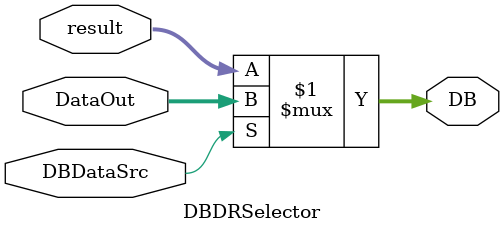
<source format=v>
`timescale 1ns / 1ps


module DBDRSelector(
    input DBDataSrc,
    input [31:0] result,
    input [31:0] DataOut,
    output [31:0] DB
    );
    
    assign DB = (DBDataSrc ? DataOut : result);
endmodule

</source>
